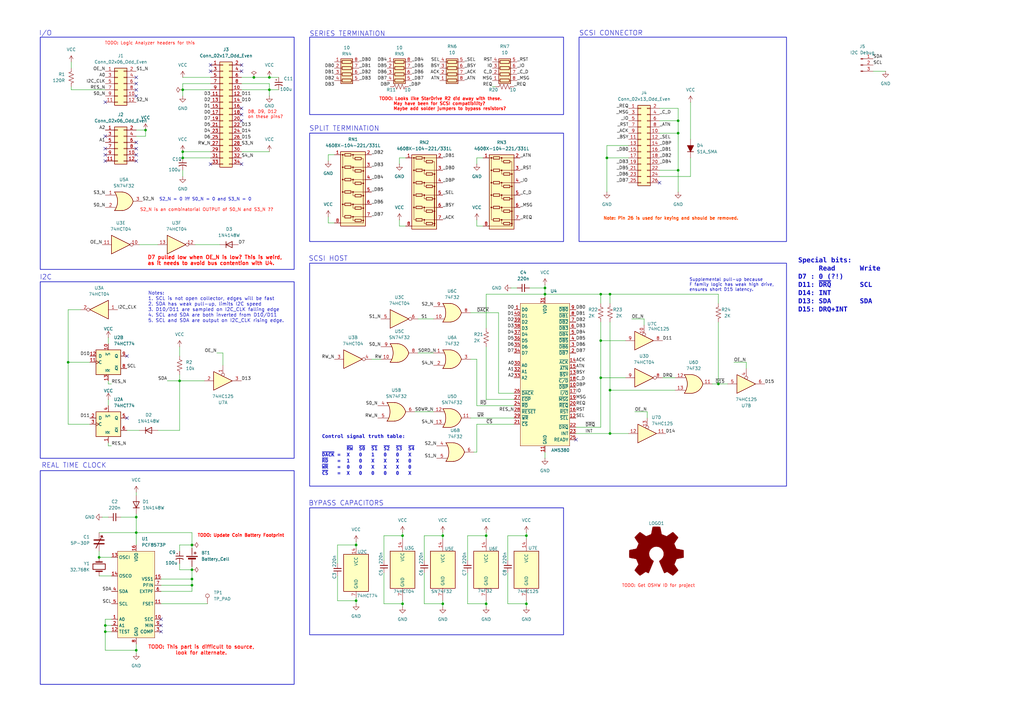
<source format=kicad_sch>
(kicad_sch (version 20231120) (generator "eeschema") (generator_version "8.0")
  (paper "A3")
  (title_block (title "StarDrive R2+") (date "2025-02-24") (rev "EV1") (comment 1 "Design Lead: Joe Burks") (comment 2 "Based on StarDrive R2 by Chris \"Crispy\" Brenner"))
  (junction (at 199.39 219.71))
  (junction (at 55.88 266.7))
  (junction (at 215.9 247.65))
  (junction (at 215.9 219.71))
  (junction (at 246.38 139.7))
  (junction (at 110.49 31.75))
  (junction (at 246.38 120.65))
  (junction (at 27.94 148.59))
  (junction (at 78.74 240.03))
  (junction (at 250.19 177.8))
  (junction (at 165.1 247.65))
  (junction (at 43.18 256.54))
  (junction (at 246.38 154.94))
  (junction (at 199.39 247.65))
  (junction (at 181.61 247.65))
  (junction (at 248.92 64.77))
  (junction (at 278.13 54.61))
  (junction (at 250.19 160.02))
  (junction (at 110.49 36.83))
  (junction (at 78.74 237.49))
  (junction (at 55.88 218.44))
  (junction (at 78.74 233.68))
  (junction (at 78.74 223.52))
  (junction (at 55.88 212.09))
  (junction (at 165.1 219.71))
  (junction (at 294.64 157.48))
  (junction (at 146.05 246.38))
  (junction (at 59.69 53.34))
  (junction (at 74.93 62.23))
  (junction (at 146.05 223.52))
  (junction (at 40.64 228.6))
  (junction (at 74.93 64.77))
  (junction (at 278.13 49.53))
  (junction (at 43.18 259.08))
  (junction (at 104.14 31.75))
  (junction (at 278.13 69.85))
  (junction (at 181.61 219.71))
  (junction (at 223.52 118.11))
  (junction (at 74.93 36.83))
  (junction (at 250.19 120.65))
  (junction (at 73.66 156.21))
  (junction (at 223.52 120.65))
  (no_connect (at 66.04 256.54))
  (no_connect (at 270.51 74.93))
  (no_connect (at 99.06 46.99))
  (no_connect (at 99.06 49.53))
  (no_connect (at 55.88 63.5))
  (no_connect (at 55.88 66.04))
  (no_connect (at 99.06 67.31))
  (no_connect (at 66.04 259.08))
  (no_connect (at 43.18 55.88))
  (no_connect (at 55.88 34.29))
  (no_connect (at 99.06 26.67))
  (no_connect (at 43.18 66.04))
  (no_connect (at 99.06 44.45))
  (no_connect (at 86.36 67.31))
  (no_connect (at 99.06 29.21))
  (no_connect (at 86.36 26.67))
  (no_connect (at 52.07 171.45))
  (no_connect (at 55.88 58.42))
  (no_connect (at 43.18 41.91))
  (no_connect (at 55.88 60.96))
  (no_connect (at 55.88 39.37))
  (no_connect (at 43.18 63.5))
  (no_connect (at 86.36 29.21))
  (no_connect (at 55.88 31.75))
  (no_connect (at 66.04 254))
  (no_connect (at 236.22 180.34))
  (no_connect (at 52.07 146.05))
  (no_connect (at 43.18 60.96))
  (no_connect (at 55.88 36.83))
  (wire (pts (xy 270.51 44.45) (xy 278.13 44.45)))
  (wire (pts (xy 257.81 59.69) (xy 248.92 59.69)))
  (wire (pts (xy 99.06 31.75) (xy 104.14 31.75)))
  (wire (pts (xy 250.19 124.46) (xy 250.19 120.65)))
  (wire (pts (xy 173.99 219.71) (xy 173.99 229.87)))
  (wire (pts (xy 55.88 55.88) (xy 59.69 55.88)))
  (wire (pts (xy 73.66 233.68) (xy 78.74 233.68)))
  (wire (pts (xy 210.82 163.83) (xy 199.39 163.83)))
  (wire (pts (xy 250.19 132.08) (xy 250.19 160.02)))
  (wire (pts (xy 215.9 219.71) (xy 208.28 219.71)))
  (wire (pts (xy 294.64 120.65) (xy 294.64 124.46)))
  (wire (pts (xy 195.58 185.42) (xy 194.31 185.42)))
  (wire (pts (xy 134.62 88.9) (xy 134.62 91.44)))
  (wire (pts (xy 292.1 157.48) (xy 294.64 157.48)))
  (wire (pts (xy 146.05 246.38) (xy 138.43 246.38)))
  (wire (pts (xy 223.52 185.42) (xy 223.52 187.96)))
  (wire (pts (xy 27.94 148.59) (xy 36.83 148.59)))
  (wire (pts (xy 165.1 218.44) (xy 165.1 219.71)))
  (wire (pts (xy 78.74 240.03) (xy 78.74 237.49)))
  (wire (pts (xy 44.45 156.21) (xy 44.45 157.48)))
  (wire (pts (xy 91.44 149.86) (xy 91.44 144.78)))
  (wire (pts (xy 171.45 144.78) (xy 177.8 144.78)))
  (wire (pts (xy 86.36 64.77) (xy 74.93 64.77)))
  (wire (pts (xy 110.49 36.83) (xy 114.3 36.83)))
  (wire (pts (xy 278.13 49.53) (xy 278.13 54.61)))
  (wire (pts (xy 66.04 242.57) (xy 78.74 242.57)))
  (wire (pts (xy 201.93 35.56) (xy 203.2 35.56)))
  (wire (pts (xy 193.04 171.45) (xy 210.82 171.45)))
  (wire (pts (xy 55.88 266.7) (xy 55.88 267.97)))
  (wire (pts (xy 110.49 36.83) (xy 110.49 39.37)))
  (wire (pts (xy 73.66 223.52) (xy 78.74 223.52)))
  (wire (pts (xy 195.58 92.71) (xy 198.12 92.71)))
  (wire (pts (xy 215.9 219.71) (xy 215.9 220.98)))
  (wire (pts (xy 250.19 120.65) (xy 246.38 120.65)))
  (wire (pts (xy 73.66 226.06) (xy 73.66 223.52)))
  (wire (pts (xy 300.99 148.59) (xy 306.07 148.59)))
  (wire (pts (xy 199.39 218.44) (xy 199.39 219.71)))
  (wire (pts (xy 270.51 49.53) (xy 278.13 49.53)))
  (wire (pts (xy 99.06 34.29) (xy 110.49 34.29)))
  (wire (pts (xy 55.88 218.44) (xy 55.88 223.52)))
  (wire (pts (xy 49.53 212.09) (xy 55.88 212.09)))
  (wire (pts (xy 250.19 160.02) (xy 250.19 177.8)))
  (wire (pts (xy 209.55 118.11) (xy 212.09 118.11)))
  (wire (pts (xy 40.64 236.22) (xy 45.72 236.22)))
  (wire (pts (xy 66.04 247.65) (xy 85.09 247.65)))
  (wire (pts (xy 134.62 91.44) (xy 137.16 91.44)))
  (wire (pts (xy 208.28 234.95) (xy 208.28 247.65)))
  (wire (pts (xy 170.18 168.91) (xy 177.8 168.91)))
  (wire (pts (xy 74.93 62.23) (xy 86.36 62.23)))
  (wire (pts (xy 165.1 219.71) (xy 165.1 220.98)))
  (wire (pts (xy 215.9 218.44) (xy 215.9 219.71)))
  (wire (pts (xy 138.43 223.52) (xy 146.05 223.52)))
  (wire (pts (xy 181.61 247.65) (xy 173.99 247.65)))
  (wire (pts (xy 78.74 224.79) (xy 78.74 223.52)))
  (wire (pts (xy 259.08 130.81) (xy 264.16 130.81)))
  (wire (pts (xy 55.88 210.82) (xy 55.88 212.09)))
  (wire (pts (xy 74.93 31.75) (xy 86.36 31.75)))
  (wire (pts (xy 138.43 231.14) (xy 138.43 223.52)))
  (wire (pts (xy 43.18 266.7) (xy 43.18 259.08)))
  (wire (pts (xy 40.64 228.6) (xy 45.72 228.6)))
  (wire (pts (xy 74.93 34.29) (xy 74.93 36.83)))
  (wire (pts (xy 270.51 72.39) (xy 283.21 72.39)))
  (wire (pts (xy 110.49 31.75) (xy 114.3 31.75)))
  (wire (pts (xy 223.52 116.84) (xy 223.52 118.11)))
  (wire (pts (xy 358.14 29.21) (xy 363.22 29.21)))
  (wire (pts (xy 246.38 120.65) (xy 223.52 120.65)))
  (wire (pts (xy 217.17 118.11) (xy 223.52 118.11)))
  (wire (pts (xy 191.77 219.71) (xy 191.77 229.87)))
  (wire (pts (xy 29.21 36.83) (xy 43.18 36.83)))
  (wire (pts (xy 294.64 157.48) (xy 298.45 157.48)))
  (wire (pts (xy 248.92 59.69) (xy 248.92 64.77)))
  (wire (pts (xy 199.39 247.65) (xy 199.39 248.92)))
  (wire (pts (xy 199.39 219.71) (xy 199.39 220.98)))
  (wire (pts (xy 278.13 54.61) (xy 278.13 69.85)))
  (wire (pts (xy 199.39 247.65) (xy 191.77 247.65)))
  (wire (pts (xy 40.64 226.06) (xy 40.64 228.6)))
  (wire (pts (xy 181.61 246.38) (xy 181.61 247.65)))
  (wire (pts (xy 64.77 176.53) (xy 73.66 176.53)))
  (wire (pts (xy 74.93 36.83) (xy 74.93 39.37)))
  (wire (pts (xy 248.92 64.77) (xy 248.92 78.74)))
  (wire (pts (xy 55.88 264.16) (xy 55.88 266.7)))
  (wire (pts (xy 191.77 234.95) (xy 191.77 247.65)))
  (wire (pts (xy 110.49 36.83) (xy 99.06 36.83)))
  (wire (pts (xy 66.04 240.03) (xy 78.74 240.03)))
  (wire (pts (xy 246.38 154.94) (xy 256.54 154.94)))
  (wire (pts (xy 248.92 64.77) (xy 257.81 64.77)))
  (wire (pts (xy 59.69 55.88) (xy 59.69 53.34)))
  (wire (pts (xy 110.49 34.29) (xy 110.49 36.83)))
  (wire (pts (xy 146.05 223.52) (xy 146.05 224.79)))
  (wire (pts (xy 264.16 133.35) (xy 264.16 130.81)))
  (wire (pts (xy 78.74 233.68) (xy 78.74 232.41)))
  (wire (pts (xy 29.21 36.83) (xy 29.21 35.56)))
  (wire (pts (xy 195.58 64.77) (xy 195.58 67.31)))
  (wire (pts (xy 204.47 128.27) (xy 193.04 128.27)))
  (wire (pts (xy 246.38 139.7) (xy 256.54 139.7)))
  (wire (pts (xy 246.38 124.46) (xy 246.38 120.65)))
  (wire (pts (xy 73.66 142.24) (xy 73.66 146.05)))
  (wire (pts (xy 283.21 64.77) (xy 283.21 72.39)))
  (wire (pts (xy 78.74 218.44) (xy 55.88 218.44)))
  (wire (pts (xy 199.39 134.62) (xy 199.39 120.65)))
  (wire (pts (xy 165.1 247.65) (xy 157.48 247.65)))
  (wire (pts (xy 199.39 142.24) (xy 199.39 163.83)))
  (wire (pts (xy 165.1 246.38) (xy 165.1 247.65)))
  (wire (pts (xy 57.15 100.33) (xy 64.77 100.33)))
  (wire (pts (xy 78.74 242.57) (xy 78.74 240.03)))
  (wire (pts (xy 146.05 222.25) (xy 146.05 223.52)))
  (wire (pts (xy 215.9 246.38) (xy 215.9 247.65)))
  (wire (pts (xy 99.06 62.23) (xy 110.49 62.23)))
  (wire (pts (xy 41.91 212.09) (xy 44.45 212.09)))
  (wire (pts (xy 73.66 156.21) (xy 83.82 156.21)))
  (wire (pts (xy 44.45 163.83) (xy 44.45 166.37)))
  (wire (pts (xy 138.43 246.38) (xy 138.43 236.22)))
  (wire (pts (xy 152.4 147.32) (xy 156.21 147.32)))
  (wire (pts (xy 236.22 177.8) (xy 250.19 177.8)))
  (wire (pts (xy 171.45 130.81) (xy 177.8 130.81)))
  (wire (pts (xy 271.78 154.94) (xy 276.86 154.94)))
  (wire (pts (xy 236.22 175.26) (xy 246.38 175.26)))
  (wire (pts (xy 198.12 64.77) (xy 195.58 64.77)))
  (wire (pts (xy 246.38 132.08) (xy 246.38 139.7)))
  (wire (pts (xy 181.61 247.65) (xy 181.61 248.92)))
  (wire (pts (xy 204.47 161.29) (xy 204.47 128.27)))
  (wire (pts (xy 163.83 92.71) (xy 166.37 92.71)))
  (wire (pts (xy 73.66 156.21) (xy 73.66 176.53)))
  (wire (pts (xy 78.74 223.52) (xy 78.74 218.44)))
  (wire (pts (xy 199.39 246.38) (xy 199.39 247.65)))
  (wire (pts (xy 74.93 36.83) (xy 86.36 36.83)))
  (wire (pts (xy 195.58 173.99) (xy 195.58 185.42)))
  (wire (pts (xy 88.9 144.78) (xy 91.44 144.78)))
  (wire (pts (xy 223.52 118.11) (xy 223.52 120.65)))
  (wire (pts (xy 260.35 168.91) (xy 265.43 168.91)))
  (wire (pts (xy 210.82 166.37) (xy 195.58 166.37)))
  (wire (pts (xy 78.74 237.49) (xy 78.74 233.68)))
  (wire (pts (xy 250.19 120.65) (xy 294.64 120.65)))
  (wire (pts (xy 27.94 127) (xy 27.94 148.59)))
  (wire (pts (xy 294.64 132.08) (xy 294.64 157.48)))
  (wire (pts (xy 80.01 100.33) (xy 90.17 100.33)))
  (wire (pts (xy 208.28 219.71) (xy 208.28 229.87)))
  (wire (pts (xy 199.39 219.71) (xy 191.77 219.71)))
  (wire (pts (xy 43.18 256.54) (xy 43.18 254)))
  (wire (pts (xy 68.58 156.21) (xy 73.66 156.21)))
  (wire (pts (xy 215.9 247.65) (xy 208.28 247.65)))
  (wire (pts (xy 55.88 266.7) (xy 43.18 266.7)))
  (wire (pts (xy 73.66 153.67) (xy 73.66 156.21)))
  (wire (pts (xy 278.13 69.85) (xy 278.13 78.74)))
  (wire (pts (xy 210.82 161.29) (xy 204.47 161.29)))
  (wire (pts (xy 55.88 212.09) (xy 55.88 218.44)))
  (wire (pts (xy 250.19 160.02) (xy 276.86 160.02)))
  (wire (pts (xy 44.45 138.43) (xy 44.45 140.97)))
  (wire (pts (xy 55.88 53.34) (xy 59.69 53.34)))
  (wire (pts (xy 44.45 157.48) (xy 45.72 157.48)))
  (wire (pts (xy 181.61 218.44) (xy 181.61 219.71)))
  (wire (pts (xy 44.45 182.88) (xy 45.72 182.88)))
  (wire (pts (xy 165.1 219.71) (xy 157.48 219.71)))
  (wire (pts (xy 40.64 218.44) (xy 55.88 218.44)))
  (wire (pts (xy 246.38 154.94) (xy 246.38 175.26)))
  (wire (pts (xy 44.45 181.61) (xy 44.45 182.88)))
  (wire (pts (xy 157.48 234.95) (xy 157.48 247.65)))
  (wire (pts (xy 43.18 254) (xy 45.72 254)))
  (wire (pts (xy 104.14 31.75) (xy 110.49 31.75)))
  (wire (pts (xy 86.36 34.29) (xy 74.93 34.29)))
  (wire (pts (xy 181.61 219.71) (xy 181.61 220.98)))
  (wire (pts (xy 74.93 69.85) (xy 74.93 72.39)))
  (wire (pts (xy 146.05 246.38) (xy 146.05 247.65)))
  (wire (pts (xy 306.07 151.13) (xy 306.07 148.59)))
  (wire (pts (xy 195.58 147.32) (xy 193.04 147.32)))
  (wire (pts (xy 195.58 90.17) (xy 195.58 92.71)))
  (wire (pts (xy 33.02 127) (xy 27.94 127)))
  (wire (pts (xy 55.88 201.93) (xy 55.88 203.2)))
  (wire (pts (xy 43.18 259.08) (xy 45.72 259.08)))
  (wire (pts (xy 74.93 64.77) (xy 74.93 62.23)))
  (wire (pts (xy 134.62 63.5) (xy 134.62 66.04)))
  (wire (pts (xy 181.61 219.71) (xy 173.99 219.71)))
  (wire (pts (xy 73.66 231.14) (xy 73.66 233.68)))
  (wire (pts (xy 66.04 237.49) (xy 78.74 237.49)))
  (wire (pts (xy 43.18 259.08) (xy 43.18 256.54)))
  (wire (pts (xy 270.51 54.61) (xy 278.13 54.61)))
  (wire (pts (xy 223.52 120.65) (xy 223.52 121.92)))
  (wire (pts (xy 166.37 64.77) (xy 163.83 64.77)))
  (wire (pts (xy 146.05 245.11) (xy 146.05 246.38)))
  (wire (pts (xy 195.58 166.37) (xy 195.58 147.32)))
  (wire (pts (xy 163.83 90.17) (xy 163.83 92.71)))
  (wire (pts (xy 29.21 25.4) (xy 29.21 27.94)))
  (wire (pts (xy 27.94 173.99) (xy 27.94 148.59)))
  (wire (pts (xy 137.16 63.5) (xy 134.62 63.5)))
  (wire (pts (xy 52.07 176.53) (xy 57.15 176.53)))
  (wire (pts (xy 270.51 69.85) (xy 278.13 69.85)))
  (wire (pts (xy 283.21 41.91) (xy 283.21 57.15)))
  (wire (pts (xy 165.1 247.65) (xy 165.1 248.92)))
  (wire (pts (xy 36.83 173.99) (xy 27.94 173.99)))
  (wire (pts (xy 163.83 64.77) (xy 163.83 67.31)))
  (wire (pts (xy 199.39 120.65) (xy 223.52 120.65)))
  (wire (pts (xy 278.13 44.45) (xy 278.13 49.53)))
  (wire (pts (xy 157.48 219.71) (xy 157.48 229.87)))
  (wire (pts (xy 250.19 177.8) (xy 257.81 177.8)))
  (wire (pts (xy 246.38 139.7) (xy 246.38 154.94)))
  (wire (pts (xy 43.18 256.54) (xy 45.72 256.54)))
  (wire (pts (xy 173.99 234.95) (xy 173.99 247.65)))
  (wire (pts (xy 215.9 247.65) (xy 215.9 248.92)))
  (wire (pts (xy 265.43 171.45) (xy 265.43 168.91)))
  (wire (pts (xy 210.82 173.99) (xy 195.58 173.99)))
  (rectangle (start 127 54.61) (end 231.14 99.06) (stroke (width 0.25)))
  (rectangle (start 16.51 15.24) (end 120.65 110.49) (stroke (width 0.25)))
  (rectangle (start 127 208.28) (end 231.14 260.35) (stroke (width 0.25)))
  (rectangle (start 16.51 193.04) (end 120.65 280.67) (stroke (width 0.25)))
  (rectangle (start 237.49 15.24) (end 322.58 99.06) (stroke (width 0.25)))
  (rectangle (start 127 107.95) (end 322.58 199.39) (stroke (width 0.25)))
  (rectangle (start 16.51 115.57) (end 120.65 187.96) (stroke (width 0.25)))
  (rectangle (start 127 15.24) (end 231.14 46.99) (stroke (width 0.25)))
  (text "TODO: Update Coin Battery Footprint" (at 98.806 219.71 0) (effects (font (size 1.27 1.27) (thickness 0.254) (bold yes))))
  (text "I/O" (at 16.002 13.716 0) (effects (font (size 2 2)) (justify left)))
  (text "TODO: Get OSHW ID for project" (at 255.016 240.284 0) (effects (font (size 1.27 1.27)) (justify left)))
  (text "D7 pulled low when OE_N is low? This is weird,\nas it needs to avoid bus contention with U4." (at 60.452 106.934 0) (effects (font (size 1.5 1.5) (thickness 0.3) (bold yes)) (justify left)))
  (text "Special bits:\n     Read      Write\nD7 : 0 (?!)\nD11: ~{DRQ}       SCL\nD14: INT\nD13: SDA       SDA\nD15: DRQ+INT" (at 327.406 117.602 0) (effects (font (size 2 2) (thickness 0.4) (bold yes)) (justify left)))
  (text "BYPASS CAPACITORS" (at 141.986 206.502 0) (effects (font (size 2 2))))
  (text "S2_N = 0 iff S0_N = 0 and S3_N = 0" (at 65.278 81.788 0) (effects (font (size 1.27 1.27)) (justify left)))
  (text "REAL TIME CLOCK" (at 17.018 191.008 0) (effects (font (size 2 2)) (justify left)))
  (text "SCSI HOST" (at 134.62 106.172 0) (effects (font (size 2 2))))
  (text "TODO: Logic Analyzer headers for this" (at 42.926 17.78 0) (effects (font (size 1.27 1.27)) (justify left)))
  (text "Supplemental pull-up because\nF family logic has weak high drive,\nensures short D15 latency." (at 282.702 116.84 0) (effects (font (size 1.27 1.27)) (justify left)))
  (text "D8, D9, D12\non these pins?" (at 101.6 46.99 0) (effects (font (size 1.27 1.27)) (justify left)))
  (text "I2C" (at 16.256 113.792 0) (effects (font (size 2 2)) (justify left)))
  (text "TODO: This part is difficult to source,\nlook for alternate." (at 82.55 266.7 0) (effects (font (size 1.5 1.5) (thickness 0.254) (bold yes))))
  (text "Control signal truth table:\n\n        ~{RW}  ~{S0}  ~{S1}  ~{S2}  ~{S3}  ~{S4}\n~{DACK} =  X   0   1   0   0   X\n~{RD}   =  1   0   X   X   X   0\n~{WR}   =  0   0   X   X   X   0\n~{CS}   =  X   0   0   0   0   X" (at 132.08 187.198 0) (effects (font (size 1.5 1.5) (thickness 0.3) (bold yes)) (justify left)))
  (text "SCSI CONNECTOR" (at 237.49 13.716 0) (effects (font (size 2 2)) (justify left)))
  (text "SPLIT TERMINATION" (at 141.224 52.832 0) (effects (font (size 2 2))))
  (text "Note: Pin 26 is used for keying and should be removed." (at 247.396 89.662 0) (effects (font (size 1.27 1.27) (thickness 0.254) (bold yes)) (justify left)))
  (text "SERIES TERMINATION" (at 142.494 13.97 0) (effects (font (size 2 2))))
  (text "TODO: Looks like StarDrive R2 did away with these.\n      May have been for SCSI compatibility?\n      Maybe add solder jumpers to bypass resistors?" (at 155.448 42.672 0) (effects (font (size 1.27 1.27) (thickness 0.254) (bold yes)) (justify left)))
  (text "Notes:\n1. SCL is not open collector, edges will be fast\n2. SDA has weak pull-up, limits I2C speed\n3. D10/D11 are sampled on I2C_CLK falling edge\n4. SCL and SDA are both inverted from D10/D11\n5. SCL and SDA are output on I2C_CLK rising edge." (at 60.706 125.984 0) (effects (font (size 1.4 1.4)) (justify left)))
  (text "S2_N is an combinatorial OUTPUT of S0_N and S3_N ??" (at 57.404 86.106 0) (effects (font (size 1.27 1.27)) (justify left)))
  (label "D7" (at 97.79 100.33 0))
  (label "_RST" (at 257.81 52.07 180))
  (label "S2_N" (at 177.8 125.73 180))
  (label "S1_N" (at 179.07 187.96 180))
  (label "RST" (at 236.22 168.91 0))
  (label "_IO" (at 212.09 27.94 0))
  (label "A2" (at 43.18 53.34 180))
  (label "_RST" (at 213.36 69.85 0))
  (label "_DB6" (at 257.81 72.39 180))
  (label "D0" (at 210.82 127 180))
  (label "D14" (at 99.06 54.61 0))
  (label "_DB5" (at 168.91 27.94 0))
  (label "_MSG" (at 257.81 46.99 180))
  (label "_IO" (at 213.36 74.93 0))
  (label "OE_N" (at 260.35 168.91 0))
  (label "S1_N" (at 156.21 130.81 180))
  (label "_C_D" (at 212.09 30.48 0))
  (label "DB2" (at 236.22 132.08 0))
  (label "IO" (at 236.22 161.29 0))
  (label "_DB1" (at 181.61 64.77 0))
  (label "_BSY" (at 181.61 85.09 0))
  (label "_DB0" (at 181.61 69.85 0))
  (label "D10" (at 99.06 41.91 0))
  (label "S3_N" (at 43.18 80.01 180))
  (label "_REQ" (at 257.81 44.45 180))
  (label "D4" (at 86.36 54.61 180))
  (label "_DB1" (at 147.32 27.94 0))
  (label "~{CS}" (at 199.39 173.99 0))
  (label "SDA" (at 45.72 242.57 180))
  (label "_DB0" (at 147.32 25.4 0))
  (label "DB4" (at 158.75 25.4 180))
  (label "_DB2" (at 270.51 64.77 0))
  (label "OE_N" (at 41.91 100.33 180))
  (label "DB3" (at 137.16 35.56 180))
  (label "S3_N" (at 99.06 59.69 0))
  (label "_SEL" (at 181.61 80.01 0))
  (label "_DB5" (at 257.81 69.85 180))
  (label "I2C_CLK" (at 43.18 34.29 180))
  (label "DB4" (at 236.22 137.16 0))
  (label "D5" (at 210.82 139.7 180))
  (label "D5" (at 86.36 52.07 180))
  (label "S4_N" (at 99.06 64.77 0))
  (label "_RST" (at 212.09 25.4 0))
  (label "_DB3" (at 257.81 67.31 180))
  (label "_DB7" (at 257.81 74.93 180))
  (label "_C_D" (at 213.36 80.01 0))
  (label "_REQ" (at 213.36 90.17 0))
  (label "SEL" (at 180.34 25.4 180))
  (label "D15" (at 99.06 57.15 0))
  (label "_DB2" (at 147.32 30.48 0))
  (label "RW_N" (at 137.16 147.32 180))
  (label "D4" (at 210.82 137.16 180))
  (label "_DB2" (at 152.4 63.5 0))
  (label "I2C_CLK" (at 48.26 127 0))
  (label "DB7" (at 158.75 33.02 180))
  (label "D7" (at 210.82 144.78 180))
  (label "D7" (at 86.36 49.53 180))
  (label "RW" (at 153.67 147.32 0))
  (label "_DB7" (at 168.91 33.02 0))
  (label "S1" (at 172.72 130.81 0))
  (label "ACK" (at 180.34 30.48 180))
  (label "_BSY" (at 257.81 57.15 180))
  (label "A0" (at 43.18 31.75 180))
  (label "A1" (at 43.18 58.42 180))
  (label "SDA" (at 358.14 24.13 0))
  (label "DB0" (at 236.22 127 0))
  (label "DB3" (at 236.22 134.62 0))
  (label "S0_N" (at 156.21 142.24 180))
  (label "D6" (at 210.82 142.24 180))
  (label "_ACK" (at 257.81 54.61 180))
  (label "ACK" (at 236.22 148.59 0))
  (label "_DBP" (at 167.64 35.56 0))
  (label "SEL" (at 236.22 171.45 0))
  (label "OE_N" (at 259.08 130.81 0))
  (label "BSY" (at 236.22 153.67 0))
  (label "RES_N" (at 45.72 182.88 0))
  (label "OE_N" (at 43.18 29.21 180))
  (label "A1" (at 210.82 152.4 180))
  (label "REQ" (at 236.22 166.37 0))
  (label "S4_N" (at 177.8 149.86 180))
  (label "IO" (at 201.93 27.94 180))
  (label "ATN" (at 180.34 33.02 180))
  (label "DRQ" (at 271.78 154.94 0))
  (label "SDA" (at 68.58 156.21 180))
  (label "MSG" (at 236.22 163.83 0))
  (label "D3" (at 86.36 39.37 180))
  (label "D15" (at 313.69 157.48 0))
  (label "D11" (at 36.83 171.45 180))
  (label "D11" (at 99.06 39.37 0))
  (label "_DB4" (at 168.91 25.4 0))
  (label "A2" (at 210.82 154.94 180))
  (label "~{DACK}" (at 195.58 128.27 0))
  (label "_DB6" (at 152.4 83.82 0))
  (label "_ACK" (at 190.5 30.48 0))
  (label "~{WR}" (at 195.58 171.45 0))
  (label "D2" (at 210.82 132.08 180))
  (label "S0_N" (at 43.18 39.37 180) (effects (font (thickness 0.1588))))
  (label "OE_N" (at 88.9 144.78 180))
  (label "D1" (at 86.36 44.45 180))
  (label "_ATN" (at 213.36 64.77 0))
  (label "_BSY" (at 190.5 27.94 0))
  (label "D3" (at 210.82 134.62 180))
  (label "ATN" (at 236.22 151.13 0))
  (label "S4_N" (at 177.8 173.99 180))
  (label "RW_N" (at 154.94 171.45 180))
  (label "S0_N" (at 43.18 85.09 180))
  (label "_DB3" (at 152.4 68.58 0))
  (label "DB1" (at 236.22 129.54 0))
  (label "_C_D" (at 270.51 46.99 0))
  (label "BSY" (at 180.34 27.94 180))
  (label "RES_N" (at 45.72 157.48 0))
  (label "SCL" (at 358.14 26.67 0))
  (label "S0WR_N" (at 170.18 168.91 0))
  (label "~{DRQ}" (at 240.03 175.26 0))
  (label "SCL" (at 45.72 247.65 180))
  (label "_DB4" (at 270.51 67.31 0))
  (label "S2_N" (at 179.07 182.88 180))
  (label "~{RD}" (at 196.85 166.37 0))
  (label "RST" (at 201.93 25.4 180))
  (label "RES_N" (at 43.18 36.83 180))
  (label "DB7" (at 236.22 144.78 0))
  (label "_DBP" (at 270.51 59.69 0))
  (label "_MSG" (at 213.36 85.09 0))
  (label "DB5" (at 158.75 27.94 180))
  (label "MSG" (at 201.93 33.02 180))
  (label "S1_N" (at 55.88 29.21 0))
  (label "OE_N" (at 300.99 148.59 0))
  (label "S0_N" (at 154.94 166.37 180))
  (label "_DB3" (at 147.32 33.02 0))
  (label "SCL" (at 52.07 151.13 0))
  (label "~{D15}" (at 293.37 157.48 0))
  (label "DB1" (at 137.16 30.48 180))
  (label "D0" (at 86.36 46.99 180))
  (label "_MSG" (at 212.09 33.02 0))
  (label "S0RD_N" (at 171.45 144.78 0))
  (label "_ATN" (at 190.5 33.02 0))
  (label "D1" (at 210.82 129.54 180))
  (label "D11" (at 271.78 139.7 0))
  (label "D10" (at 36.83 146.05 180))
  (label "_DB0" (at 257.81 62.23 180))
  (label "RES_N" (at 210.82 168.91 180))
  (label "_DB6" (at 168.91 30.48 0))
  (label "INT" (at 240.03 177.8 0))
  (label "_ACK" (at 181.61 90.17 0))
  (label "C_D" (at 201.93 30.48 180))
  (label "D2" (at 86.36 41.91 180))
  (label "DB6" (at 158.75 30.48 180))
  (label "_IO" (at 257.81 49.53 180))
  (label "_DB7" (at 152.4 88.9 0))
  (label "_DB1" (at 270.51 62.23 0))
  (label "_SEL" (at 190.5 25.4 0))
  (label "S2_N" (at 58.42 82.55 0))
  (label "A0" (at 210.82 149.86 180))
  (label "D13" (at 99.06 156.21 0))
  (label "_DB4" (at 152.4 73.66 0))
  (label "_DBP" (at 181.61 74.93 0))
  (label "RW_N" (at 86.36 59.69 180))
  (label "C_D" (at 236.22 156.21 0))
  (label "D13" (at 99.06 52.07 0))
  (label "REQ" (at 201.93 35.56 180))
  (label "D14" (at 273.05 177.8 0))
  (label "_SEL" (at 270.51 57.15 0))
  (label "DB0" (at 137.16 27.94 180))
  (label "DB6" (at 236.22 142.24 0))
  (label "_DB5" (at 152.4 78.74 0))
  (label "DB5" (at 236.22 139.7 0))
  (label "_REQ" (at 210.82 35.56 0))
  (label "D6" (at 86.36 57.15 180))
  (label "DBP" (at 236.22 158.75 0))
  (label "DB2" (at 137.16 33.02 180))
  (label "S2_N" (at 55.88 41.91 0))
  (label "DBP" (at 160.02 35.56 180))
  (label "_ATN" (at 270.51 52.07 0))
  (symbol (lib_id "power:VCC") (at 165.1 218.44 0) (unit 1)
    (property "Reference" "#PWR029" (effects (hide yes)))
    (property "Value" "VCC" (at 165.1 213.36 0))
    (property "Description" "Power symbol creates a global label with name \"VCC\"" (effects (hide yes)))
  )
  (symbol (lib_id "power:PWR_FLAG") (at 74.93 36.83 90) (unit 1)
    (property "Reference" "#FLG04" (effects (hide yes)))
    (property "Value" "PWR_FLAG" (effects (hide yes)))
    (property "Description" "Special symbol for telling ERC where power comes from" (effects (hide yes)))
  )
  (symbol (lib_id "Device:R_Network_Dividers_x06_SIP") (at 205.74 80.01 90) (mirror x) (unit 1)
    (property "Reference" "RN3" (at 205.74 58.42 90))
    (property "Value" "4608X-104-221/331L" (at 205.74 60.96 90))
    (property "Footprint" "Resistor_THT:R_Array_SIP8" (effects (hide yes)))
    (property "Datasheet" "http://www.vishay.com/docs/31509/csc.pdf" (effects (hide yes)))
    (property "Description" "6 voltage divider network, dual terminator, SIP package" (effects (hide yes)))
  )
  (symbol (lib_id "power:VCC") (at 29.21 25.4 0) (unit 1)
    (property "Reference" "#PWR01" (effects (hide yes)))
    (property "Value" "VCC" (at 29.21 20.32 0))
    (property "Description" "Power symbol creates a global label with name \"VCC\"" (effects (hide yes)))
  )
  (symbol (lib_id "Device:C_Variable") (at 40.64 222.25 0) (unit 1)
    (property "Reference" "C1" (at 36.83 220.218 0) (effects (justify right)))
    (property "Value" "5P-30P" (at 36.83 222.758 0) (effects (justify right)))
    (property "Footprint" "Capacitor_SMD:C_Trimmer_Voltronics_JZ" (effects (hide yes)))
    (property "Description" "Variable capacitor" (effects (hide yes)))
  )
  (symbol (lib_id "power:PWR_FLAG") (at 104.14 31.75 0) (unit 1)
    (property "Reference" "#FLG01" (effects (hide yes)))
    (property "Value" "PWR_FLAG" (effects (hide yes)))
    (property "Description" "Special symbol for telling ERC where power comes from" (effects (hide yes)))
  )
  (symbol (lib_id "Device:C_Small") (at 208.28 232.41 0) (mirror x) (unit 1)
    (property "Reference" "C8" (at 207.01 236.22 90) (effects (justify right)))
    (property "Value" "220n" (at 207.01 231.394 90) (effects (justify right)))
    (property "Footprint" "Capacitor_SMD:C_0603_1608Metric" (effects (hide yes)))
    (property "Description" "Unpolarized capacitor, small symbol" (effects (hide yes)))
  )
  (symbol (lib_id "power:GND") (at 41.91 212.09 270) (unit 1)
    (property "Reference" "#PWR026" (effects (hide yes)))
    (property "Value" "GND" (at 36.83 212.09 90))
    (property "Description" "Power symbol creates a global label with name \"GND\" , ground" (effects (hide yes)))
  )
  (symbol (lib_id "power:PWR_FLAG") (at 78.74 233.68 270) (unit 1)
    (property "Reference" "#FLG03" (effects (hide yes)))
    (property "Value" "PWR_FLAG" (effects (hide yes)))
    (property "Description" "Special symbol for telling ERC where power comes from" (effects (hide yes)))
  )
  (symbol (lib_id "Device:R_US") (at 250.19 128.27 0) (mirror y) (unit 1)
    (property "Reference" "R23" (at 255.27 127 0) (effects (justify left)))
    (property "Value" "2K" (at 255.27 129.54 0) (effects (justify left)))
    (property "Footprint" "Resistor_SMD:R_0603_1608Metric" (effects (hide yes)))
    (property "Description" "Resistor, US symbol" (effects (hide yes)))
  )
  (symbol (lib_id "Device:R_US") (at 73.66 149.86 0) (unit 1)
    (property "Reference" "R2" (at 76.2 148.5899 0) (effects (justify left)))
    (property "Value" "10k" (at 76.2 151.1299 0) (effects (justify left)))
    (property "Footprint" "Resistor_SMD:R_0603_1608Metric" (effects (hide yes)))
    (property "Description" "Resistor, US symbol" (effects (hide yes)))
  )
  (symbol (lib_id "power:VCC") (at 110.49 31.75 0) (unit 1)
    (property "Reference" "#PWR05" (effects (hide yes)))
    (property "Value" "VCC" (at 110.49 26.67 0))
    (property "Description" "Power symbol creates a global label with name \"VCC\"" (effects (hide yes)))
  )
  (symbol (lib_id "power:GND") (at 209.55 118.11 270) (unit 1)
    (property "Reference" "#PWR027" (effects (hide yes)))
    (property "Value" "GND" (at 205.74 118.1099 90) (effects (justify right)))
    (property "Description" "Power symbol creates a global label with name \"GND\" , ground" (effects (hide yes)))
  )
  (symbol (lib_id "power:VCC") (at 55.88 201.93 0) (unit 1)
    (property "Reference" "#PWR012" (effects (hide yes)))
    (property "Value" "VCC" (at 55.88 196.85 0))
    (property "Description" "Power symbol creates a global label with name \"VCC\"" (effects (hide yes)))
  )
  (symbol (lib_id "74xx:74LS32") (at 199.39 233.68 0) (unit 5)
    (property "Reference" "U6" (at 200.406 225.044 0) (effects (justify left)))
    (property "Value" "74F32" (at 195.834 242.316 0) (effects (justify left)))
    (property "Footprint" "Package_SO:SO-14_3.9x8.65mm_P1.27mm" (effects (hide yes)))
    (property "Datasheet" "http://www.ti.com/lit/gpn/sn74LS32" (effects (hide yes)))
    (property "Description" "Quad 2-input OR" (effects (hide yes)))
  )
  (symbol (lib_id "power:VCC") (at 215.9 218.44 0) (unit 1)
    (property "Reference" "#PWR035" (effects (hide yes)))
    (property "Value" "VCC" (at 215.9 213.36 0))
    (property "Description" "Power symbol creates a global label with name \"VCC\"" (effects (hide yes)))
  )
  (symbol (lib_id "Connector_Generic:Conn_02x06_Odd_Even") (at 48.26 58.42 0) (unit 1)
    (property "Reference" "J2" (at 49.53 46.99 0))
    (property "Value" "Conn_02x06_Odd_Even" (at 49.53 49.53 0))
    (property "Footprint" "Connector_PinSocket_2.54mm:PinSocket_2x06_P2.54mm_Vertical" (effects (hide yes)))
    (property "Description" "Generic connector, double row, 02x06, odd/even pin numbering scheme (row 1 odd numbers, row 2 even numbers), script generated (kicad-library-utils/schlib/autogen/connector/)" (effects (hide yes)))
  )
  (symbol (lib_id "Device:C_Small") (at 173.99 232.41 0) (mirror x) (unit 1)
    (property "Reference" "C6" (at 172.72 236.22 90) (effects (justify right)))
    (property "Value" "220n" (at 172.72 231.394 90) (effects (justify right)))
    (property "Footprint" "Capacitor_SMD:C_0603_1608Metric" (effects (hide yes)))
    (property "Description" "Unpolarized capacitor, small symbol" (effects (hide yes)))
  )
  (symbol (lib_id "power:VCC") (at 74.93 62.23 0) (unit 1)
    (property "Reference" "#PWR07" (effects (hide yes)))
    (property "Value" "VCC" (at 74.93 57.15 0))
    (property "Description" "Power symbol creates a global label with name \"VCC\"" (effects (hide yes)))
  )
  (symbol (lib_id "Device:C_Small") (at 157.48 232.41 0) (mirror x) (unit 1)
    (property "Reference" "C5" (at 156.21 236.22 90) (effects (justify right)))
    (property "Value" "220n" (at 156.21 231.394 90) (effects (justify right)))
    (property "Footprint" "Capacitor_SMD:C_0603_1608Metric" (effects (hide yes)))
    (property "Description" "Unpolarized capacitor, small symbol" (effects (hide yes)))
  )
  (symbol (lib_id "power:GND") (at 195.58 67.31 0) (unit 1)
    (property "Reference" "#PWR020" (effects (hide yes)))
    (property "Value" "GND" (at 195.58 72.39 0))
    (property "Description" "Power symbol creates a global label with name \"GND\" , ground" (effects (hide yes)))
  )
  (symbol (lib_id "74xx:74LS32") (at 163.83 144.78 0) (unit 3)
    (property "Reference" "U5" (at 163.83 135.89 0))
    (property "Value" "SN74F32" (at 163.83 138.43 0))
    (property "Footprint" "Package_SO:SO-14_3.9x8.65mm_P1.27mm" (effects (hide yes)))
    (property "Datasheet" "http://www.ti.com/lit/gpn/sn74LS32" (effects (hide yes)))
    (property "Description" "Quad 2-input OR" (effects (hide yes)))
  )
  (symbol (lib_id "Device:R_US") (at 29.21 31.75 0) (mirror x) (unit 1)
    (property "Reference" "R1" (at 26.67 30.4799 0) (effects (justify right)))
    (property "Value" "120R" (at 26.67 33.0199 0) (effects (justify right)))
    (property "Footprint" "Resistor_SMD:R_0603_1608Metric" (effects (hide yes)))
    (property "Description" "Resistor, US symbol" (effects (hide yes)))
  )
  (symbol (lib_id "power:GND") (at 110.49 39.37 0) (mirror y) (unit 1)
    (property "Reference" "#PWR06" (effects (hide yes)))
    (property "Value" "GND" (at 110.49 43.434 0))
    (property "Description" "Power symbol creates a global label with name \"GND\" , ground" (effects (hide yes)))
  )
  (symbol (lib_id "power:GND") (at 74.93 72.39 0) (unit 1)
    (property "Reference" "#PWR037" (effects (hide yes)))
    (property "Value" "GND" (at 74.93 77.47 0))
    (property "Description" "Power symbol creates a global label with name \"GND\" , ground" (effects (hide yes)))
  )
  (symbol (lib_id "power:PWR_FLAG") (at 78.74 223.52 270) (unit 1)
    (property "Reference" "#FLG02" (effects (hide yes)))
    (property "Value" "PWR_FLAG" (effects (hide yes)))
    (property "Description" "Special symbol for telling ERC where power comes from" (effects (hide yes)))
  )
  (symbol (lib_id "power:VCC") (at 44.45 163.83 0) (unit 1)
    (property "Reference" "#PWR010" (effects (hide yes)))
    (property "Value" "VCC" (at 44.45 160.274 0))
    (property "Description" "Power symbol creates a global label with name \"VCC\"" (effects (hide yes)))
  )
  (symbol (lib_id "Device:R_Pack04") (at 163.83 30.48 270) (unit 1)
    (property "Reference" "RN5" (at 163.83 22.098 90))
    (property "Value" "10" (at 163.83 19.558 90))
    (property "Footprint" "Resistor_SMD:R_Array_Convex_4x1206" (effects (hide yes)))
    (property "Description" "4 resistor network, parallel topology" (effects (hide yes)))
  )
  (symbol (lib_id "Device:D_Filled") (at 283.21 60.96 90) (unit 1)
    (property "Reference" "D4" (at 285.75 59.6899 90) (effects (justify right)))
    (property "Value" "S1A_SMA" (at 285.75 62.2299 90) (effects (justify right)))
    (property "Footprint" "Diode_SMD:D_SMA" (effects (hide yes)))
    (property "Description" "Diode, filled shape" (effects (hide yes)))
    (property "Sim.Device" "D" (effects (hide yes)))
    (property "Sim.Pins" "1=K 2=A" (effects (hide yes)))
  )
  (symbol (lib_id "power:GND") (at 181.61 248.92 0) (unit 1)
    (property "Reference" "#PWR032" (effects (hide yes)))
    (property "Value" "GND" (at 181.61 254 0))
    (property "Description" "Power symbol creates a global label with name \"GND\" , ground" (effects (hide yes)))
  )
  (symbol (lib_id "Connector_Generic:Conn_02x13_Odd_Even") (at 262.89 59.69 0) (unit 1)
    (property "Reference" "J4" (at 264.16 38.1 0))
    (property "Value" "Conn_02x13_Odd_Even" (at 264.16 40.64 0))
    (property "Footprint" "Connector_PinHeader_2.54mm:PinHeader_2x13_P2.54mm_Vertical" (effects (hide yes)))
    (property "Description" "Generic connector, double row, 02x13, odd/even pin numbering scheme (row 1 odd numbers, row 2 even numbers), script generated (kicad-library-utils/schlib/autogen/connector/)" (effects (hide yes)))
  )
  (symbol (lib_id "74xx:74HCT74") (at 44.45 173.99 0) (unit 1)
    (property "Reference" "U2" (at 46.6441 163.83 0) (effects (justify left)))
    (property "Value" "74HCT74" (at 46.6441 166.37 0) (effects (justify left)))
    (property "Footprint" "Package_SO:SO-14_3.9x8.65mm_P1.27mm" (effects (hide yes)))
    (property "Datasheet" "https://assets.nexperia.com/documents/data-sheet/74HC_HCT74.pdf" (effects (hide yes)))
    (property "Description" "Dual D Flip-flop, Set & Reset" (effects (hide yes)))
  )
  (symbol (lib_id "power:GND") (at 146.05 247.65 0) (unit 1)
    (property "Reference" "#PWR025" (effects (hide yes)))
    (property "Value" "GND" (at 146.05 252.73 0))
    (property "Description" "Power symbol creates a global label with name \"GND\" , ground" (effects (hide yes)))
  )
  (symbol (lib_id "74xx:74HC04") (at 163.83 130.81 0) (unit 3)
    (property "Reference" "U3" (at 163.83 121.92 0))
    (property "Value" "74HCT04" (at 163.83 124.46 0))
    (property "Footprint" "Package_SO:SO-14_3.9x8.65mm_P1.27mm" (effects (hide yes)))
    (property "Datasheet" "https://assets.nexperia.com/documents/data-sheet/74HC_HCT04.pdf" (effects (hide yes)))
    (property "Description" "Hex Inverter" (effects (hide yes)))
  )
  (symbol (lib_id "Device:C_Small") (at 138.43 233.68 0) (mirror x) (unit 1)
    (property "Reference" "C3" (at 137.16 237.49 90) (effects (justify right)))
    (property "Value" "220n" (at 137.16 232.664 90) (effects (justify right)))
    (property "Footprint" "Capacitor_SMD:C_0603_1608Metric" (effects (hide yes)))
    (property "Description" "Unpolarized capacitor, small symbol" (effects (hide yes)))
  )
  (symbol (lib_id "Device:C_Polarized_Small_US") (at 74.93 67.31 0) (unit 1)
    (property "Reference" "C10" (at 70.612 65.278 0) (effects (justify left)))
    (property "Value" "100u" (at 69.088 69.596 0) (effects (justify left)))
    (property "Footprint" "Capacitor_Tantalum_SMD:CP_EIA-6032-15_Kemet-U" (effects (hide yes)))
    (property "Description" "Polarized capacitor, small US symbol" (effects (hide yes)))
  )
  (symbol (lib_id "74xx:74AHCT125") (at 91.44 156.21 0) (mirror x) (unit 1)
    (property "Reference" "U7" (at 91.44 165.1 0))
    (property "Value" "74HC125" (at 91.44 162.56 0))
    (property "Footprint" "Package_SO:SO-14_3.9x8.65mm_P1.27mm" (effects (hide yes)))
    (property "Datasheet" "https://www.ti.com/lit/ds/symlink/sn74ahct125.pdf" (effects (hide yes)))
    (property "Description" "Quadruple Bus Buffer Gates With 3-State Outputs" (effects (hide yes)))
  )
  (symbol (lib_id "Graphic:Logo_Open_Hardware_Large") (at 269.24 227.33 0) (unit 1) (exclude_from_sim yes) (in_bom no)
    (property "Reference" "LOGO1" (at 269.24 214.63 0))
    (property "Value" "Logo_Open_Hardware_Large" (effects (hide yes)))
    (property "Footprint" "Symbol:OSHW-Logo_11.4x12mm_SilkScreen" (effects (hide yes)))
    (property "Description" "Open Hardware logo, large" (effects (hide yes)))
  )
  (symbol (lib_id "Device:Battery_Cell") (at 78.74 229.87 0) (unit 1)
    (property "Reference" "BT1" (at 82.55 226.7584 0) (effects (justify left)))
    (property "Value" "Battery_Cell" (at 82.55 229.2984 0) (effects (justify left)))
    (property "Footprint" "Battery:Battery_Panasonic_CR2032-HFN_Horizontal_CircularHoles" (effects (hide yes)))
    (property "Description" "Single-cell battery" (effects (hide yes)))
  )
  (symbol (lib_id "power:GND") (at 74.93 39.37 0) (unit 1)
    (property "Reference" "#PWR04" (effects (hide yes)))
    (property "Value" "GND" (at 74.93 44.45 0))
    (property "Description" "Power symbol creates a global label with name \"GND\" , ground" (effects (hide yes)))
  )
  (symbol (lib_id "power:GND") (at 199.39 248.92 0) (unit 1)
    (property "Reference" "#PWR034" (effects (hide yes)))
    (property "Value" "GND" (at 199.39 254 0))
    (property "Description" "Power symbol creates a global label with name \"GND\" , ground" (effects (hide yes)))
  )
  (symbol (lib_id "Device:R_US") (at 294.64 128.27 0) (mirror y) (unit 1)
    (property "Reference" "R24" (at 299.72 127 0) (effects (justify left)))
    (property "Value" "2K" (at 299.72 129.54 0) (effects (justify left)))
    (property "Footprint" "Resistor_SMD:R_0603_1608Metric" (effects (hide yes)))
    (property "Description" "Resistor, US symbol" (effects (hide yes)))
  )
  (symbol (lib_id "power:GND") (at 55.88 267.97 0) (unit 1)
    (property "Reference" "#PWR013" (effects (hide yes)))
    (property "Value" "GND" (at 55.88 273.05 0))
    (property "Description" "Power symbol creates a global label with name \"GND\" , ground" (effects (hide yes)))
  )
  (symbol (lib_id "74xx:74AHCT125") (at 306.07 157.48 0) (mirror x) (unit 2)
    (property "Reference" "U7" (at 306.07 166.37 0))
    (property "Value" "74HC125" (at 306.07 163.83 0))
    (property "Footprint" "Package_SO:SO-14_3.9x8.65mm_P1.27mm" (effects (hide yes)))
    (property "Datasheet" "https://www.ti.com/lit/ds/symlink/sn74ahct125.pdf" (effects (hide yes)))
    (property "Description" "Quadruple Bus Buffer Gates With 3-State Outputs" (effects (hide yes)))
  )
  (symbol (lib_id "Connector:Conn_01x03_Pin") (at 353.06 26.67 0) (unit 1)
    (property "Reference" "J5" (at 353.695 19.05 0))
    (property "Value" "I2C Debug" (at 353.695 21.59 0))
    (property "Description" "Generic connector, single row, 01x03, script generated" (effects (hide yes)))
  )
  (symbol (lib_id "Connector_Generic:Conn_02x17_Odd_Even") (at 91.44 46.99 0) (unit 1)
    (property "Reference" "J3" (at 92.71 20.32 0))
    (property "Value" "Conn_02x17_Odd_Even" (at 92.71 22.86 0))
    (property "Footprint" "Connector_PinSocket_2.54mm:PinSocket_2x17_P2.54mm_Vertical" (effects (hide yes)))
    (property "Description" "Generic connector, double row, 02x17, odd/even pin numbering scheme (row 1 odd numbers, row 2 even numbers), script generated (kicad-library-utils/schlib/autogen/connector/)" (effects (hide yes)))
  )
  (symbol (lib_id "Device:R_US") (at 207.01 35.56 90) (unit 1)
    (property "Reference" "R20" (at 200.406 36.83 90) (effects (justify right)))
    (property "Value" "10" (at 209.042 36.83 90) (effects (justify right)))
    (property "Footprint" "Resistor_SMD:R_0603_1608Metric" (effects (hide yes)))
    (property "Description" "Resistor, US symbol" (effects (hide yes)))
  )
  (symbol (lib_id "74xx:74LS32") (at 162.56 168.91 0) (unit 2)
    (property "Reference" "U5" (at 162.56 160.02 0))
    (property "Value" "SN74F32" (at 162.56 162.56 0))
    (property "Footprint" "Package_SO:SO-14_3.9x8.65mm_P1.27mm" (effects (hide yes)))
    (property "Datasheet" "http://www.ti.com/lit/gpn/sn74LS32" (effects (hide yes)))
    (property "Description" "Quad 2-input OR" (effects (hide yes)))
  )
  (symbol (lib_id "Device:Crystal") (at 40.64 232.41 270) (mirror x) (unit 1)
    (property "Reference" "Y1" (at 36.83 231.14 90) (effects (justify right)))
    (property "Value" "32.768K" (at 36.83 233.68 90) (effects (justify right)))
    (property "Footprint" "Crystal:Crystal_SMD_0603-2Pin_6.0x3.5mm" (effects (hide yes)))
    (property "Description" "Two pin crystal" (effects (hide yes)))
  )
  (symbol (lib_id "power:GND") (at 134.62 66.04 0) (unit 1)
    (property "Reference" "#PWR017" (effects (hide yes)))
    (property "Value" "GND" (at 134.62 71.12 0))
    (property "Description" "Power symbol creates a global label with name \"GND\" , ground" (effects (hide yes)))
  )
  (symbol (lib_id "74xx:74LS32") (at 185.42 128.27 0) (unit 3)
    (property "Reference" "U6" (at 185.42 119.38 0))
    (property "Value" "74F32" (at 185.42 121.92 0))
    (property "Footprint" "Package_SO:SO-14_3.9x8.65mm_P1.27mm" (effects (hide yes)))
    (property "Datasheet" "http://www.ti.com/lit/gpn/sn74LS32" (effects (hide yes)))
    (property "Description" "Quad 2-input OR" (effects (hide yes)))
  )
  (symbol (lib_id "Device:C_Small") (at 191.77 232.41 0) (mirror x) (unit 1)
    (property "Reference" "C7" (at 190.5 236.22 90) (effects (justify right)))
    (property "Value" "220n" (at 190.5 231.394 90) (effects (justify right)))
    (property "Footprint" "Capacitor_SMD:C_0603_1608Metric" (effects (hide yes)))
    (property "Description" "Unpolarized capacitor, small symbol" (effects (hide yes)))
  )
  (symbol (lib_id "74xx:74LS32") (at 185.42 147.32 0) (unit 1)
    (property "Reference" "U6" (at 185.42 138.43 0))
    (property "Value" "74F32" (at 185.42 140.97 0))
    (property "Footprint" "Package_SO:SO-14_3.9x8.65mm_P1.27mm" (effects (hide yes)))
    (property "Datasheet" "http://www.ti.com/lit/gpn/sn74LS32" (effects (hide yes)))
    (property "Description" "Quad 2-input OR" (effects (hide yes)))
  )
  (symbol (lib_id "74xx:74AHCT125") (at 215.9 233.68 0) (unit 5)
    (property "Reference" "U7" (at 216.662 224.79 0) (effects (justify left)))
    (property "Value" "74HC125" (at 212.09 242.57 0) (effects (justify left)))
    (property "Footprint" "Package_SO:SO-14_3.9x8.65mm_P1.27mm" (effects (hide yes)))
    (property "Datasheet" "https://www.ti.com/lit/ds/symlink/sn74ahct125.pdf" (effects (hide yes)))
    (property "Description" "Quadruple Bus Buffer Gates With 3-State Outputs" (effects (hide yes)))
  )
  (symbol (lib_id "power:VCC") (at 195.58 90.17 0) (unit 1)
    (property "Reference" "#PWR021" (effects (hide yes)))
    (property "Value" "VCC" (at 195.58 85.09 0))
    (property "Description" "Power symbol creates a global label with name \"VCC\"" (effects (hide yes)))
  )
  (symbol (lib_id "74xx:74HCT74") (at 146.05 234.95 0) (unit 3)
    (property "Reference" "U2" (at 146.558 226.314 0) (effects (justify left)))
    (property "Value" "74HCT74" (at 146.304 244.348 0) (effects (justify left)))
    (property "Footprint" "Package_SO:SO-14_3.9x8.65mm_P1.27mm" (effects (hide yes)))
    (property "Datasheet" "https://assets.nexperia.com/documents/data-sheet/74HC_HCT74.pdf" (effects (hide yes)))
    (property "Description" "Dual D Flip-flop, Set & Reset" (effects (hide yes)))
  )
  (symbol (lib_id "power:VCC") (at 146.05 222.25 0) (unit 1)
    (property "Reference" "#PWR028" (effects (hide yes)))
    (property "Value" "VCC" (at 146.05 217.17 0))
    (property "Description" "Power symbol creates a global label with name \"VCC\"" (effects (hide yes)))
  )
  (symbol (lib_id "power:VCC") (at 199.39 218.44 0) (unit 1)
    (property "Reference" "#PWR033" (effects (hide yes)))
    (property "Value" "VCC" (at 199.39 213.36 0))
    (property "Description" "Power symbol creates a global label with name \"VCC\"" (effects (hide yes)))
  )
  (symbol (lib_id "power:VCC") (at 110.49 62.23 0) (unit 1)
    (property "Reference" "#PWR08" (effects (hide yes)))
    (property "Value" "VCC" (at 110.49 57.15 0))
    (property "Description" "Power symbol creates a global label with name \"VCC\"" (effects (hide yes)))
  )
  (symbol (lib_id "74xx:74LS32") (at 284.48 157.48 0) (unit 4)
    (property "Reference" "U6" (at 284.48 148.59 0))
    (property "Value" "74F32" (at 284.48 151.13 0))
    (property "Footprint" "Package_SO:SO-14_3.9x8.65mm_P1.27mm" (effects (hide yes)))
    (property "Datasheet" "http://www.ti.com/lit/gpn/sn74LS32" (effects (hide yes)))
    (property "Description" "Quad 2-input OR" (effects (hide yes)))
  )
  (symbol (lib_id "power:VCC") (at 163.83 90.17 0) (unit 1)
    (property "Reference" "#PWR019" (effects (hide yes)))
    (property "Value" "VCC" (at 163.83 85.09 0))
    (property "Description" "Power symbol creates a global label with name \"VCC\"" (effects (hide yes)))
  )
  (symbol (lib_id "power:GND") (at 248.92 78.74 0) (unit 1)
    (property "Reference" "#PWR022" (effects (hide yes)))
    (property "Value" "GND" (at 248.92 83.82 0))
    (property "Description" "Power symbol creates a global label with name \"GND\" , ground" (effects (hide yes)))
  )
  (symbol (lib_id "74xx:74HC04") (at 49.53 100.33 0) (unit 5)
    (property "Reference" "U3" (at 49.53 91.44 0))
    (property "Value" "74HCT04" (at 49.53 93.98 0))
    (property "Footprint" "Package_SO:SO-14_3.9x8.65mm_P1.27mm" (effects (hide yes)))
    (property "Datasheet" "https://assets.nexperia.com/documents/data-sheet/74HC_HCT04.pdf" (effects (hide yes)))
    (property "Description" "Hex Inverter" (effects (hide yes)))
  )
  (symbol (lib_id "Device:C_Polarized_Small_US") (at 114.3 34.29 0) (unit 1)
    (property "Reference" "C11" (at 116.332 32.258 0) (effects (justify left)))
    (property "Value" "100u" (at 114.808 36.576 0) (effects (justify left)))
    (property "Footprint" "Capacitor_Tantalum_SMD:CP_EIA-6032-15_Kemet-U" (effects (hide yes)))
    (property "Description" "Polarized capacitor, small US symbol" (effects (hide yes)))
  )
  (symbol (lib_id "Diode:1N4148W") (at 93.98 100.33 0) (unit 1)
    (property "Reference" "D3" (at 93.98 93.98 0))
    (property "Value" "1N4148W" (at 93.98 96.52 0))
    (property "Footprint" "Diode_SMD:D_SOD-123" (effects (hide yes)))
    (property "Datasheet" "https://www.vishay.com/docs/85748/1n4148w.pdf" (effects (hide yes)))
    (property "Description" "75V 0.15A Fast Switching Diode, SOD-123" (effects (hide yes)))
    (property "Sim.Device" "D" (effects (hide yes)))
    (property "Sim.Pins" "1=K 2=A" (effects (hide yes)))
  )
  (symbol (lib_id "power:VCC") (at 44.45 138.43 0) (unit 1)
    (property "Reference" "#PWR09" (effects (hide yes)))
    (property "Value" "VCC" (at 44.45 134.874 0))
    (property "Description" "Power symbol creates a global label with name \"VCC\"" (effects (hide yes)))
  )
  (symbol (lib_id "74xx:74HC04") (at 144.78 147.32 0) (unit 2)
    (property "Reference" "U3" (at 144.78 138.43 0))
    (property "Value" "74HCT04" (at 144.78 140.97 0))
    (property "Footprint" "Package_SO:SO-14_3.9x8.65mm_P1.27mm" (effects (hide yes)))
    (property "Datasheet" "https://assets.nexperia.com/documents/data-sheet/74HC_HCT04.pdf" (effects (hide yes)))
    (property "Description" "Hex Inverter" (effects (hide yes)))
  )
  (symbol (lib_id "power:GND") (at 215.9 248.92 0) (unit 1)
    (property "Reference" "#PWR036" (effects (hide yes)))
    (property "Value" "GND" (at 215.9 254 0))
    (property "Description" "Power symbol creates a global label with name \"GND\" , ground" (effects (hide yes)))
  )
  (symbol (lib_id "74xx:74LS32") (at 186.69 185.42 0) (unit 2)
    (property "Reference" "U6" (at 186.69 176.53 0))
    (property "Value" "74F32" (at 186.69 179.07 0))
    (property "Footprint" "Package_SO:SO-14_3.9x8.65mm_P1.27mm" (effects (hide yes)))
    (property "Datasheet" "http://www.ti.com/lit/gpn/sn74LS32" (effects (hide yes)))
    (property "Description" "Quad 2-input OR" (effects (hide yes)))
  )
  (symbol (lib_id "Device:R_US") (at 199.39 138.43 0) (unit 1)
    (property "Reference" "R21" (at 194.31 137.16 0) (effects (justify left)))
    (property "Value" "2K" (at 194.31 139.7 0) (effects (justify left)))
    (property "Footprint" "Resistor_SMD:R_0603_1608Metric" (effects (hide yes)))
    (property "Description" "Resistor, US symbol" (effects (hide yes)))
  )
  (symbol (lib_id "power:GND") (at 363.22 29.21 0) (unit 1)
    (property "Reference" "#PWR038" (effects (hide yes)))
    (property "Value" "GND" (at 363.22 34.29 0))
    (property "Description" "Power symbol creates a global label with name \"GND\" , ground" (effects (hide yes)))
  )
  (symbol (lib_id "74xx:74HC04") (at 264.16 154.94 0) (unit 4)
    (property "Reference" "U3" (at 264.16 146.05 0))
    (property "Value" "74HCT04" (at 264.16 148.59 0))
    (property "Footprint" "Package_SO:SO-14_3.9x8.65mm_P1.27mm" (effects (hide yes)))
    (property "Datasheet" "https://assets.nexperia.com/documents/data-sheet/74HC_HCT04.pdf" (effects (hide yes)))
    (property "Description" "Hex Inverter" (effects (hide yes)))
  )
  (symbol (lib_id "Connector:TestPoint") (at 85.09 247.65 0) (unit 1)
    (property "Reference" "TP1" (at 87.63 243.0779 0) (effects (justify left)))
    (property "Value" "TP_PAD" (at 87.63 245.6179 0) (effects (justify left)))
    (property "Footprint" "TestPoint:TestPoint_Pad_D2.0mm" (effects (hide yes)))
    (property "Description" "test point" (effects (hide yes)))
  )
  (symbol (lib_id "74xx:74LS32") (at 181.61 233.68 0) (unit 5)
    (property "Reference" "U5" (at 182.372 225.044 0) (effects (justify left)))
    (property "Value" "SN74F32" (at 176.784 242.57 0) (effects (justify left)))
    (property "Footprint" "Package_SO:SO-14_3.9x8.65mm_P1.27mm" (effects (hide yes)))
    (property "Datasheet" "http://www.ti.com/lit/gpn/sn74LS32" (effects (hide yes)))
    (property "Description" "Quad 2-input OR" (effects (hide yes)))
  )
  (symbol (lib_id "power:GND") (at 223.52 187.96 0) (unit 1)
    (property "Reference" "#PWR015" (effects (hide yes)))
    (property "Value" "GND" (at 223.52 193.04 0))
    (property "Description" "Power symbol creates a global label with name \"GND\" , ground" (effects (hide yes)))
  )
  (symbol (lib_id "power:VCC") (at 74.93 31.75 0) (unit 1)
    (property "Reference" "#PWR03" (effects (hide yes)))
    (property "Value" "VCC" (at 74.93 26.67 0))
    (property "Description" "Power symbol creates a global label with name \"VCC\"" (effects (hide yes)))
  )
  (symbol (lib_id "Device:R_Network_Dividers_x06_SIP") (at 173.99 80.01 90) (mirror x) (unit 1)
    (property "Reference" "RN2" (at 173.99 58.42 90))
    (property "Value" "4608X-104-221/331L" (at 173.99 60.96 90))
    (property "Footprint" "Resistor_THT:R_Array_SIP8" (effects (hide yes)))
    (property "Datasheet" "http://www.vishay.com/docs/31509/csc.pdf" (effects (hide yes)))
    (property "Description" "6 voltage divider network, dual terminator, SIP package" (effects (hide yes)))
  )
  (symbol (lib_id "power:GND") (at 165.1 248.92 0) (unit 1)
    (property "Reference" "#PWR030" (effects (hide yes)))
    (property "Value" "GND" (at 165.1 254 0))
    (property "Description" "Power symbol creates a global label with name \"GND\" , ground" (effects (hide yes)))
  )
  (symbol (lib_id "74xx:74HC04") (at 72.39 100.33 0) (unit 6)
    (property "Reference" "U3" (at 72.39 91.44 0))
    (property "Value" "74HCT04" (at 72.39 93.98 0))
    (property "Footprint" "Package_SO:SO-14_3.9x8.65mm_P1.27mm" (effects (hide yes)))
    (property "Datasheet" "https://assets.nexperia.com/documents/data-sheet/74HC_HCT04.pdf" (effects (hide yes)))
    (property "Description" "Hex Inverter" (effects (hide yes)))
  )
  (symbol (lib_id "power:VCC") (at 181.61 218.44 0) (unit 1)
    (property "Reference" "#PWR031" (effects (hide yes)))
    (property "Value" "VCC" (at 181.61 213.36 0))
    (property "Description" "Power symbol creates a global label with name \"VCC\"" (effects (hide yes)))
  )
  (symbol (lib_id "74xx:74AHCT125") (at 264.16 139.7 0) (mirror x) (unit 3)
    (property "Reference" "U7" (at 265.43 132.842 0) (effects (justify left)))
    (property "Value" "74HC125" (at 265.684 134.874 0) (effects (justify left)))
    (property "Footprint" "Package_SO:SO-14_3.9x8.65mm_P1.27mm" (effects (hide yes)))
    (property "Datasheet" "https://www.ti.com/lit/ds/symlink/sn74ahct125.pdf" (effects (hide yes)))
    (property "Description" "Quadruple Bus Buffer Gates With 3-State Outputs" (effects (hide yes)))
  )
  (symbol (lib_id "power:VCC") (at 283.21 41.91 0) (unit 1)
    (property "Reference" "#PWR024" (effects (hide yes)))
    (property "Value" "VCC" (at 283.21 36.83 0))
    (property "Description" "Power symbol creates a global label with name \"VCC\"" (effects (hide yes)))
  )
  (symbol (lib_id "74xx:74HC04") (at 165.1 233.68 0) (unit 7)
    (property "Reference" "U3" (at 165.862 224.79 0) (effects (justify left)))
    (property "Value" "74HCT04" (at 161.29 242.57 0) (effects (justify left)))
    (property "Footprint" "Package_SO:SO-14_3.9x8.65mm_P1.27mm" (effects (hide yes)))
    (property "Datasheet" "https://assets.nexperia.com/documents/data-sheet/74HC_HCT04.pdf" (effects (hide yes)))
    (property "Description" "Hex Inverter" (effects (hide yes)))
  )
  (symbol (lib_id "power:VCC") (at 223.52 116.84 0) (unit 1)
    (property "Reference" "#PWR014" (effects (hide yes)))
    (property "Value" "VCC" (at 223.52 111.76 0))
    (property "Description" "Power symbol creates a global label with name \"VCC\"" (effects (hide yes)))
  )
  (symbol (lib_id "Device:C_Polarized_Small_US") (at 73.66 228.6 0) (unit 1)
    (property "Reference" "C9" (at 69.342 226.568 0) (effects (justify left)))
    (property "Value" "100u" (at 67.818 230.886 0) (effects (justify left)))
    (property "Footprint" "Capacitor_Tantalum_SMD:CP_EIA-6032-15_Kemet-U" (effects (hide yes)))
    (property "Description" "Polarized capacitor, small US symbol" (effects (hide yes)))
  )
  (symbol (lib_id "power:GND") (at 163.83 67.31 0) (unit 1)
    (property "Reference" "#PWR018" (effects (hide yes)))
    (property "Value" "GND" (at 163.83 72.39 0))
    (property "Description" "Power symbol creates a global label with name \"GND\" , ground" (effects (hide yes)))
  )
  (symbol (lib_id "Device:R_Pack04") (at 207.01 27.94 270) (mirror x) (unit 1)
    (property "Reference" "RN7" (at 207.01 19.05 90))
    (property "Value" "10" (at 207.01 21.59 90))
    (property "Footprint" "Resistor_SMD:R_Array_Convex_4x1206" (effects (hide yes)))
    (property "Description" "4 resistor network, parallel topology" (effects (hide yes)))
  )
  (symbol (lib_id "74xx:74HC04") (at 40.64 127 0) (mirror y) (unit 1)
    (property "Reference" "U3" (at 40.64 118.11 0))
    (property "Value" "74HCT04" (at 40.64 120.65 0))
    (property "Footprint" "Package_SO:SO-14_3.9x8.65mm_P1.27mm" (effects (hide yes)))
    (property "Datasheet" "https://assets.nexperia.com/documents/data-sheet/74HC_HCT04.pdf" (effects (hide yes)))
    (property "Description" "Hex Inverter" (effects (hide yes)))
  )
  (symbol (lib_id "Device:R_Network_Dividers_x06_SIP") (at 144.78 78.74 90) (mirror x) (unit 1)
    (property "Reference" "RN1" (at 144.78 57.15 90))
    (property "Value" "4608X-104-221/331L" (at 144.78 59.69 90))
    (property "Footprint" "Resistor_THT:R_Array_SIP8" (effects (hide yes)))
    (property "Datasheet" "http://www.vishay.com/docs/31509/csc.pdf" (effects (hide yes)))
    (property "Description" "6 voltage divider network, dual terminator, SIP package" (effects (hide yes)))
  )
  (symbol (lib_id "Diode:1N4148W") (at 55.88 207.01 90) (unit 1)
    (property "Reference" "D1" (at 58.42 205.7399 90) (effects (justify right)))
    (property "Value" "1N4148W" (at 58.42 208.2799 90) (effects (justify right)))
    (property "Footprint" "Diode_SMD:D_SOD-123" (effects (hide yes)))
    (property "Datasheet" "https://www.vishay.com/docs/85748/1n4148w.pdf" (effects (hide yes)))
    (property "Description" "75V 0.15A Fast Switching Diode, SOD-123" (effects (hide yes)))
    (property "Sim.Device" "D" (effects (hide yes)))
    (property "Sim.Pins" "1=K 2=A" (effects (hide yes)))
  )
  (symbol (lib_id "power:GND") (at 278.13 78.74 0) (unit 1)
    (property "Reference" "#PWR023" (effects (hide yes)))
    (property "Value" "GND" (at 278.13 83.82 0))
    (property "Description" "Power symbol creates a global label with name \"GND\" , ground" (effects (hide yes)))
  )
  (symbol (lib_id "Device:R_US") (at 163.83 35.56 90) (unit 1)
    (property "Reference" "R11" (at 158.496 36.83 90) (effects (justify right)))
    (property "Value" "10" (at 165.862 36.83 90) (effects (justify right)))
    (property "Footprint" "Resistor_SMD:R_0603_1608Metric" (effects (hide yes)))
    (property "Description" "Resistor, US symbol" (effects (hide yes)))
  )
  (symbol (lib_id "74xx:74AHCT125") (at 265.43 177.8 0) (mirror x) (unit 4)
    (property "Reference" "U7" (at 267.208 171.196 0) (effects (justify left)))
    (property "Value" "74HC125" (at 267.208 173.736 0) (effects (justify left)))
    (property "Footprint" "Package_SO:SO-14_3.9x8.65mm_P1.27mm" (effects (hide yes)))
    (property "Datasheet" "https://www.ti.com/lit/ds/symlink/sn74ahct125.pdf" (effects (hide yes)))
    (property "Description" "Quadruple Bus Buffer Gates With 3-State Outputs" (effects (hide yes)))
  )
  (symbol (lib_id "Device:R_Pack04") (at 185.42 27.94 270) (mirror x) (unit 1)
    (property "Reference" "RN6" (at 185.42 19.05 90))
    (property "Value" "10" (at 185.42 21.59 90))
    (property "Footprint" "Resistor_SMD:R_Array_Convex_4x1206" (effects (hide yes)))
    (property "Description" "4 resistor network, parallel topology" (effects (hide yes)))
  )
  (symbol (lib_id "Device:R_Pack04") (at 142.24 30.48 270) (unit 1)
    (property "Reference" "RN4" (at 142.24 22.098 90))
    (property "Value" "10" (at 142.24 19.558 90))
    (property "Footprint" "Resistor_SMD:R_Array_Convex_4x1206" (effects (hide yes)))
    (property "Description" "4 resistor network, parallel topology" (effects (hide yes)))
  )
  (symbol (lib_id "74xx:74LS32") (at 50.8 82.55 0) (unit 1)
    (property "Reference" "U5" (at 50.8 73.66 0))
    (property "Value" "SN74F32" (at 50.8 76.2 0))
    (property "Footprint" "Package_SO:SO-14_3.9x8.65mm_P1.27mm" (effects (hide yes)))
    (property "Datasheet" "http://www.ti.com/lit/gpn/sn74LS32" (effects (hide yes)))
    (property "Description" "Quad 2-input OR" (effects (hide yes)))
  )
  (symbol (lib_id "power:VCC") (at 59.69 53.34 0) (unit 1)
    (property "Reference" "#PWR02" (effects (hide yes)))
    (property "Value" "VCC" (at 59.69 48.26 0))
    (property "Description" "Power symbol creates a global label with name \"VCC\"" (effects (hide yes)))
  )
  (symbol (lib_id "Device:C_Small") (at 46.99 212.09 90) (unit 1)
    (property "Reference" "C2" (at 46.9963 205.74 90))
    (property "Value" "220n" (at 46.9963 208.28 90))
    (property "Footprint" "Capacitor_SMD:C_0603_1608Metric" (effects (hide yes)))
    (property "Description" "Unpolarized capacitor, small symbol" (effects (hide yes)))
  )
  (symbol (lib_id "74xx:74LS32") (at 185.42 171.45 0) (unit 4)
    (property "Reference" "U5" (at 185.42 162.56 0))
    (property "Value" "SN74F32" (at 185.42 165.1 0))
    (property "Footprint" "Package_SO:SO-14_3.9x8.65mm_P1.27mm" (effects (hide yes)))
    (property "Datasheet" "http://www.ti.com/lit/gpn/sn74LS32" (effects (hide yes)))
    (property "Description" "Quad 2-input OR" (effects (hide yes)))
  )
  (symbol (lib_id "power:VCC") (at 134.62 88.9 0) (unit 1)
    (property "Reference" "#PWR016" (effects (hide yes)))
    (property "Value" "VCC" (at 134.62 83.82 0))
    (property "Description" "Power symbol creates a global label with name \"VCC\"" (effects (hide yes)))
  )
  (symbol (lib_id "Device:C_Small") (at 214.63 118.11 90) (unit 1)
    (property "Reference" "C4" (at 214.6363 111.76 90))
    (property "Value" "220n" (at 214.6363 114.3 90))
    (property "Footprint" "Capacitor_SMD:C_0603_1608Metric" (effects (hide yes)))
    (property "Description" "Unpolarized capacitor, small symbol" (effects (hide yes)))
  )
  (symbol (lib_id "Connector_Generic:Conn_02x06_Odd_Even") (at 48.26 34.29 0) (unit 1)
    (property "Reference" "J1" (at 49.53 22.86 0))
    (property "Value" "Conn_02x06_Odd_Even" (at 49.53 25.4 0))
    (property "Footprint" "Connector_PinSocket_2.54mm:PinSocket_2x06_P2.54mm_Vertical" (effects (hide yes)))
    (property "Description" "Generic connector, double row, 02x06, odd/even pin numbering scheme (row 1 odd numbers, row 2 even numbers), script generated (kicad-library-utils/schlib/autogen/connector/)" (effects (hide yes)))
  )
  (symbol (lib_id "power:VCC") (at 73.66 142.24 0) (unit 1)
    (property "Reference" "#PWR011" (effects (hide yes)))
    (property "Value" "VCC" (at 73.66 137.16 0))
    (property "Description" "Power symbol creates a global label with name \"VCC\"" (effects (hide yes)))
  )
  (symbol (lib_id "StarDrive_R2_symsch:AM5380") (at 223.52 144.78 0) (unit 1)
    (property "Reference" "U4" (at 225.7141 119.38 0) (effects (justify left)))
    (property "Value" "AM5380" (at 226.06 184.658 0) (effects (justify left)))
    (property "Footprint" "Package_DIP:DIP-40_W15.24mm" (effects (hide yes)))
    (property "Description" "SCSI Controller" (effects (hide yes)))
  )
  (symbol (lib_id "Diode:1N4148W") (at 60.96 176.53 0) (unit 1)
    (property "Reference" "D2" (at 60.96 170.18 0))
    (property "Value" "1N4148W" (at 60.96 172.72 0))
    (property "Footprint" "Diode_SMD:D_SOD-123" (effects (hide yes)))
    (property "Datasheet" "https://www.vishay.com/docs/85748/1n4148w.pdf" (effects (hide yes)))
    (property "Description" "75V 0.15A Fast Switching Diode, SOD-123" (effects (hide yes)))
    (property "Sim.Device" "D" (effects (hide yes)))
    (property "Sim.Pins" "1=K 2=A" (effects (hide yes)))
  )
  (symbol (lib_id "74xx:74HCT74") (at 44.45 148.59 0) (unit 2)
    (property "Reference" "U2" (at 46.6441 138.43 0) (effects (justify left)))
    (property "Value" "74HCT74" (at 46.6441 140.97 0) (effects (justify left)))
    (property "Footprint" "Package_SO:SO-14_3.9x8.65mm_P1.27mm" (effects (hide yes)))
    (property "Datasheet" "https://assets.nexperia.com/documents/data-sheet/74HC_HCT74.pdf" (effects (hide yes)))
    (property "Description" "Dual D Flip-flop, Set & Reset" (effects (hide yes)))
  )
  (symbol (lib_id "Device:R_US") (at 246.38 128.27 0) (unit 1)
    (property "Reference" "R22" (at 241.3 127 0) (effects (justify left)))
    (property "Value" "2K" (at 241.3 129.54 0) (effects (justify left)))
    (property "Footprint" "Resistor_SMD:R_0603_1608Metric" (effects (hide yes)))
    (property "Description" "Resistor, US symbol" (effects (hide yes)))
  )
  (symbol (lib_id "StarDrive_R2_symsch:PCF8573P") (at 55.88 232.41 0) (unit 1)
    (property "Reference" "U1" (at 58.0741 220.98 0) (effects (justify left)))
    (property "Value" "PCF8573P" (at 58.0741 223.52 0) (effects (justify left)))
    (property "Footprint" "Package_DIP:DIP-16_W7.62mm" (effects (hide yes)))
    (property "Description" "Real-time Clock" (effects (hide yes)))
  )
)
</source>
